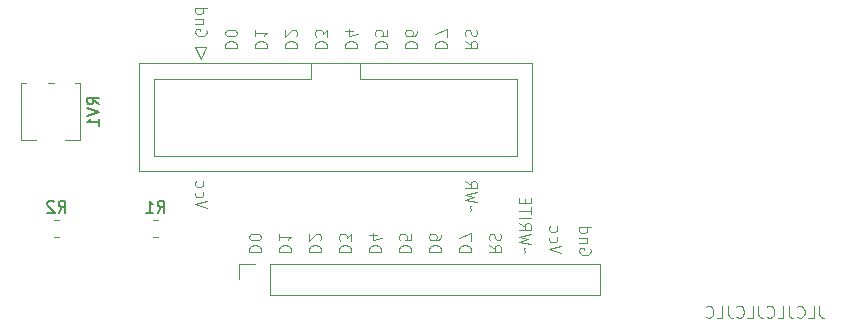
<source format=gbr>
%TF.GenerationSoftware,KiCad,Pcbnew,(6.0.0-0)*%
%TF.CreationDate,2022-01-07T22:13:42-05:00*%
%TF.ProjectId,LCD_Display,4c43445f-4469-4737-906c-61792e6b6963,rev?*%
%TF.SameCoordinates,Original*%
%TF.FileFunction,Legend,Bot*%
%TF.FilePolarity,Positive*%
%FSLAX46Y46*%
G04 Gerber Fmt 4.6, Leading zero omitted, Abs format (unit mm)*
G04 Created by KiCad (PCBNEW (6.0.0-0)) date 2022-01-07 22:13:42*
%MOMM*%
%LPD*%
G01*
G04 APERTURE LIST*
%ADD10C,0.100000*%
%ADD11C,0.150000*%
%ADD12C,0.120000*%
G04 APERTURE END LIST*
D10*
X119165619Y-104487761D02*
X118165619Y-104154428D01*
X119165619Y-103821095D01*
X118213238Y-103059190D02*
X118165619Y-103154428D01*
X118165619Y-103344904D01*
X118213238Y-103440142D01*
X118260857Y-103487761D01*
X118356095Y-103535380D01*
X118641809Y-103535380D01*
X118737047Y-103487761D01*
X118784666Y-103440142D01*
X118832285Y-103344904D01*
X118832285Y-103154428D01*
X118784666Y-103059190D01*
X118213238Y-102202047D02*
X118165619Y-102297285D01*
X118165619Y-102487761D01*
X118213238Y-102583000D01*
X118260857Y-102630619D01*
X118356095Y-102678238D01*
X118641809Y-102678238D01*
X118737047Y-102630619D01*
X118784666Y-102583000D01*
X118832285Y-102487761D01*
X118832285Y-102297285D01*
X118784666Y-102202047D01*
X128325619Y-90882904D02*
X129325619Y-90882904D01*
X129325619Y-90644809D01*
X129278000Y-90501952D01*
X129182761Y-90406714D01*
X129087523Y-90359095D01*
X128897047Y-90311476D01*
X128754190Y-90311476D01*
X128563714Y-90359095D01*
X128468476Y-90406714D01*
X128373238Y-90501952D01*
X128325619Y-90644809D01*
X128325619Y-90882904D01*
X129325619Y-89978142D02*
X129325619Y-89359095D01*
X128944666Y-89692428D01*
X128944666Y-89549571D01*
X128897047Y-89454333D01*
X128849428Y-89406714D01*
X128754190Y-89359095D01*
X128516095Y-89359095D01*
X128420857Y-89406714D01*
X128373238Y-89454333D01*
X128325619Y-89549571D01*
X128325619Y-89835285D01*
X128373238Y-89930523D01*
X128420857Y-89978142D01*
X123245619Y-90882904D02*
X124245619Y-90882904D01*
X124245619Y-90644809D01*
X124198000Y-90501952D01*
X124102761Y-90406714D01*
X124007523Y-90359095D01*
X123817047Y-90311476D01*
X123674190Y-90311476D01*
X123483714Y-90359095D01*
X123388476Y-90406714D01*
X123293238Y-90501952D01*
X123245619Y-90644809D01*
X123245619Y-90882904D01*
X123245619Y-89359095D02*
X123245619Y-89930523D01*
X123245619Y-89644809D02*
X124245619Y-89644809D01*
X124102761Y-89740047D01*
X124007523Y-89835285D01*
X123959904Y-89930523D01*
X130865619Y-90882904D02*
X131865619Y-90882904D01*
X131865619Y-90644809D01*
X131818000Y-90501952D01*
X131722761Y-90406714D01*
X131627523Y-90359095D01*
X131437047Y-90311476D01*
X131294190Y-90311476D01*
X131103714Y-90359095D01*
X131008476Y-90406714D01*
X130913238Y-90501952D01*
X130865619Y-90644809D01*
X130865619Y-90882904D01*
X131532285Y-89454333D02*
X130865619Y-89454333D01*
X131913238Y-89692428D02*
X131198952Y-89930523D01*
X131198952Y-89311476D01*
X125785619Y-90882904D02*
X126785619Y-90882904D01*
X126785619Y-90644809D01*
X126738000Y-90501952D01*
X126642761Y-90406714D01*
X126547523Y-90359095D01*
X126357047Y-90311476D01*
X126214190Y-90311476D01*
X126023714Y-90359095D01*
X125928476Y-90406714D01*
X125833238Y-90501952D01*
X125785619Y-90644809D01*
X125785619Y-90882904D01*
X126690380Y-89930523D02*
X126738000Y-89882904D01*
X126785619Y-89787666D01*
X126785619Y-89549571D01*
X126738000Y-89454333D01*
X126690380Y-89406714D01*
X126595142Y-89359095D01*
X126499904Y-89359095D01*
X126357047Y-89406714D01*
X125785619Y-89978142D01*
X125785619Y-89359095D01*
X141406571Y-104741761D02*
X141454190Y-104694142D01*
X141501809Y-104598904D01*
X141406571Y-104408428D01*
X141454190Y-104313190D01*
X141501809Y-104265571D01*
X142025619Y-103979857D02*
X141025619Y-103741761D01*
X141739904Y-103551285D01*
X141025619Y-103360809D01*
X142025619Y-103122714D01*
X141025619Y-102170333D02*
X141501809Y-102503666D01*
X141025619Y-102741761D02*
X142025619Y-102741761D01*
X142025619Y-102360809D01*
X141978000Y-102265571D01*
X141930380Y-102217952D01*
X141835142Y-102170333D01*
X141692285Y-102170333D01*
X141597047Y-102217952D01*
X141549428Y-102265571D01*
X141501809Y-102360809D01*
X141501809Y-102741761D01*
X133405619Y-90882904D02*
X134405619Y-90882904D01*
X134405619Y-90644809D01*
X134358000Y-90501952D01*
X134262761Y-90406714D01*
X134167523Y-90359095D01*
X133977047Y-90311476D01*
X133834190Y-90311476D01*
X133643714Y-90359095D01*
X133548476Y-90406714D01*
X133453238Y-90501952D01*
X133405619Y-90644809D01*
X133405619Y-90882904D01*
X134405619Y-89406714D02*
X134405619Y-89882904D01*
X133929428Y-89930523D01*
X133977047Y-89882904D01*
X134024666Y-89787666D01*
X134024666Y-89549571D01*
X133977047Y-89454333D01*
X133929428Y-89406714D01*
X133834190Y-89359095D01*
X133596095Y-89359095D01*
X133500857Y-89406714D01*
X133453238Y-89454333D01*
X133405619Y-89549571D01*
X133405619Y-89787666D01*
X133453238Y-89882904D01*
X133500857Y-89930523D01*
X141025619Y-90311476D02*
X141501809Y-90644809D01*
X141025619Y-90882904D02*
X142025619Y-90882904D01*
X142025619Y-90501952D01*
X141978000Y-90406714D01*
X141930380Y-90359095D01*
X141835142Y-90311476D01*
X141692285Y-90311476D01*
X141597047Y-90359095D01*
X141549428Y-90406714D01*
X141501809Y-90501952D01*
X141501809Y-90882904D01*
X141073238Y-89930523D02*
X141025619Y-89787666D01*
X141025619Y-89549571D01*
X141073238Y-89454333D01*
X141120857Y-89406714D01*
X141216095Y-89359095D01*
X141311333Y-89359095D01*
X141406571Y-89406714D01*
X141454190Y-89454333D01*
X141501809Y-89549571D01*
X141549428Y-89740047D01*
X141597047Y-89835285D01*
X141644666Y-89882904D01*
X141739904Y-89930523D01*
X141835142Y-89930523D01*
X141930380Y-89882904D01*
X141978000Y-89835285D01*
X142025619Y-89740047D01*
X142025619Y-89501952D01*
X141978000Y-89359095D01*
X138485619Y-90882904D02*
X139485619Y-90882904D01*
X139485619Y-90644809D01*
X139438000Y-90501952D01*
X139342761Y-90406714D01*
X139247523Y-90359095D01*
X139057047Y-90311476D01*
X138914190Y-90311476D01*
X138723714Y-90359095D01*
X138628476Y-90406714D01*
X138533238Y-90501952D01*
X138485619Y-90644809D01*
X138485619Y-90882904D01*
X139485619Y-89978142D02*
X139485619Y-89311476D01*
X138485619Y-89740047D01*
X119118000Y-89343095D02*
X119165619Y-89438333D01*
X119165619Y-89581190D01*
X119118000Y-89724047D01*
X119022761Y-89819285D01*
X118927523Y-89866904D01*
X118737047Y-89914523D01*
X118594190Y-89914523D01*
X118403714Y-89866904D01*
X118308476Y-89819285D01*
X118213238Y-89724047D01*
X118165619Y-89581190D01*
X118165619Y-89485952D01*
X118213238Y-89343095D01*
X118260857Y-89295476D01*
X118594190Y-89295476D01*
X118594190Y-89485952D01*
X118832285Y-88866904D02*
X118165619Y-88866904D01*
X118737047Y-88866904D02*
X118784666Y-88819285D01*
X118832285Y-88724047D01*
X118832285Y-88581190D01*
X118784666Y-88485952D01*
X118689428Y-88438333D01*
X118165619Y-88438333D01*
X118165619Y-87533571D02*
X119165619Y-87533571D01*
X118213238Y-87533571D02*
X118165619Y-87628809D01*
X118165619Y-87819285D01*
X118213238Y-87914523D01*
X118260857Y-87962142D01*
X118356095Y-88009761D01*
X118641809Y-88009761D01*
X118737047Y-87962142D01*
X118784666Y-87914523D01*
X118832285Y-87819285D01*
X118832285Y-87628809D01*
X118784666Y-87533571D01*
X135945619Y-90882904D02*
X136945619Y-90882904D01*
X136945619Y-90644809D01*
X136898000Y-90501952D01*
X136802761Y-90406714D01*
X136707523Y-90359095D01*
X136517047Y-90311476D01*
X136374190Y-90311476D01*
X136183714Y-90359095D01*
X136088476Y-90406714D01*
X135993238Y-90501952D01*
X135945619Y-90644809D01*
X135945619Y-90882904D01*
X136945619Y-89454333D02*
X136945619Y-89644809D01*
X136898000Y-89740047D01*
X136850380Y-89787666D01*
X136707523Y-89882904D01*
X136517047Y-89930523D01*
X136136095Y-89930523D01*
X136040857Y-89882904D01*
X135993238Y-89835285D01*
X135945619Y-89740047D01*
X135945619Y-89549571D01*
X135993238Y-89454333D01*
X136040857Y-89406714D01*
X136136095Y-89359095D01*
X136374190Y-89359095D01*
X136469428Y-89406714D01*
X136517047Y-89454333D01*
X136564666Y-89549571D01*
X136564666Y-89740047D01*
X136517047Y-89835285D01*
X136469428Y-89882904D01*
X136374190Y-89930523D01*
X120705619Y-90882904D02*
X121705619Y-90882904D01*
X121705619Y-90644809D01*
X121658000Y-90501952D01*
X121562761Y-90406714D01*
X121467523Y-90359095D01*
X121277047Y-90311476D01*
X121134190Y-90311476D01*
X120943714Y-90359095D01*
X120848476Y-90406714D01*
X120753238Y-90501952D01*
X120705619Y-90644809D01*
X120705619Y-90882904D01*
X121705619Y-89692428D02*
X121705619Y-89597190D01*
X121658000Y-89501952D01*
X121610380Y-89454333D01*
X121515142Y-89406714D01*
X121324666Y-89359095D01*
X121086571Y-89359095D01*
X120896095Y-89406714D01*
X120800857Y-89454333D01*
X120753238Y-89501952D01*
X120705619Y-89597190D01*
X120705619Y-89692428D01*
X120753238Y-89787666D01*
X120800857Y-89835285D01*
X120896095Y-89882904D01*
X121086571Y-89930523D01*
X121324666Y-89930523D01*
X121515142Y-89882904D01*
X121610380Y-89835285D01*
X121658000Y-89787666D01*
X121705619Y-89692428D01*
X170989047Y-112736380D02*
X170989047Y-113450666D01*
X171036666Y-113593523D01*
X171131904Y-113688761D01*
X171274761Y-113736380D01*
X171370000Y-113736380D01*
X170036666Y-113736380D02*
X170512857Y-113736380D01*
X170512857Y-112736380D01*
X169131904Y-113641142D02*
X169179523Y-113688761D01*
X169322380Y-113736380D01*
X169417619Y-113736380D01*
X169560476Y-113688761D01*
X169655714Y-113593523D01*
X169703333Y-113498285D01*
X169750952Y-113307809D01*
X169750952Y-113164952D01*
X169703333Y-112974476D01*
X169655714Y-112879238D01*
X169560476Y-112784000D01*
X169417619Y-112736380D01*
X169322380Y-112736380D01*
X169179523Y-112784000D01*
X169131904Y-112831619D01*
X168417619Y-112736380D02*
X168417619Y-113450666D01*
X168465238Y-113593523D01*
X168560476Y-113688761D01*
X168703333Y-113736380D01*
X168798571Y-113736380D01*
X167465238Y-113736380D02*
X167941428Y-113736380D01*
X167941428Y-112736380D01*
X166560476Y-113641142D02*
X166608095Y-113688761D01*
X166750952Y-113736380D01*
X166846190Y-113736380D01*
X166989047Y-113688761D01*
X167084285Y-113593523D01*
X167131904Y-113498285D01*
X167179523Y-113307809D01*
X167179523Y-113164952D01*
X167131904Y-112974476D01*
X167084285Y-112879238D01*
X166989047Y-112784000D01*
X166846190Y-112736380D01*
X166750952Y-112736380D01*
X166608095Y-112784000D01*
X166560476Y-112831619D01*
X165846190Y-112736380D02*
X165846190Y-113450666D01*
X165893809Y-113593523D01*
X165989047Y-113688761D01*
X166131904Y-113736380D01*
X166227142Y-113736380D01*
X164893809Y-113736380D02*
X165370000Y-113736380D01*
X165370000Y-112736380D01*
X163989047Y-113641142D02*
X164036666Y-113688761D01*
X164179523Y-113736380D01*
X164274761Y-113736380D01*
X164417619Y-113688761D01*
X164512857Y-113593523D01*
X164560476Y-113498285D01*
X164608095Y-113307809D01*
X164608095Y-113164952D01*
X164560476Y-112974476D01*
X164512857Y-112879238D01*
X164417619Y-112784000D01*
X164274761Y-112736380D01*
X164179523Y-112736380D01*
X164036666Y-112784000D01*
X163989047Y-112831619D01*
X163274761Y-112736380D02*
X163274761Y-113450666D01*
X163322380Y-113593523D01*
X163417619Y-113688761D01*
X163560476Y-113736380D01*
X163655714Y-113736380D01*
X162322380Y-113736380D02*
X162798571Y-113736380D01*
X162798571Y-112736380D01*
X161417619Y-113641142D02*
X161465238Y-113688761D01*
X161608095Y-113736380D01*
X161703333Y-113736380D01*
X161846190Y-113688761D01*
X161941428Y-113593523D01*
X161989047Y-113498285D01*
X162036666Y-113307809D01*
X162036666Y-113164952D01*
X161989047Y-112974476D01*
X161941428Y-112879238D01*
X161846190Y-112784000D01*
X161703333Y-112736380D01*
X161608095Y-112736380D01*
X161465238Y-112784000D01*
X161417619Y-112831619D01*
X122737619Y-108154904D02*
X123737619Y-108154904D01*
X123737619Y-107916809D01*
X123690000Y-107773952D01*
X123594761Y-107678714D01*
X123499523Y-107631095D01*
X123309047Y-107583476D01*
X123166190Y-107583476D01*
X122975714Y-107631095D01*
X122880476Y-107678714D01*
X122785238Y-107773952D01*
X122737619Y-107916809D01*
X122737619Y-108154904D01*
X123737619Y-106964428D02*
X123737619Y-106869190D01*
X123690000Y-106773952D01*
X123642380Y-106726333D01*
X123547142Y-106678714D01*
X123356666Y-106631095D01*
X123118571Y-106631095D01*
X122928095Y-106678714D01*
X122832857Y-106726333D01*
X122785238Y-106773952D01*
X122737619Y-106869190D01*
X122737619Y-106964428D01*
X122785238Y-107059666D01*
X122832857Y-107107285D01*
X122928095Y-107154904D01*
X123118571Y-107202523D01*
X123356666Y-107202523D01*
X123547142Y-107154904D01*
X123642380Y-107107285D01*
X123690000Y-107059666D01*
X123737619Y-106964428D01*
X125277619Y-108154904D02*
X126277619Y-108154904D01*
X126277619Y-107916809D01*
X126230000Y-107773952D01*
X126134761Y-107678714D01*
X126039523Y-107631095D01*
X125849047Y-107583476D01*
X125706190Y-107583476D01*
X125515714Y-107631095D01*
X125420476Y-107678714D01*
X125325238Y-107773952D01*
X125277619Y-107916809D01*
X125277619Y-108154904D01*
X125277619Y-106631095D02*
X125277619Y-107202523D01*
X125277619Y-106916809D02*
X126277619Y-106916809D01*
X126134761Y-107012047D01*
X126039523Y-107107285D01*
X125991904Y-107202523D01*
X127817619Y-108154904D02*
X128817619Y-108154904D01*
X128817619Y-107916809D01*
X128770000Y-107773952D01*
X128674761Y-107678714D01*
X128579523Y-107631095D01*
X128389047Y-107583476D01*
X128246190Y-107583476D01*
X128055714Y-107631095D01*
X127960476Y-107678714D01*
X127865238Y-107773952D01*
X127817619Y-107916809D01*
X127817619Y-108154904D01*
X128722380Y-107202523D02*
X128770000Y-107154904D01*
X128817619Y-107059666D01*
X128817619Y-106821571D01*
X128770000Y-106726333D01*
X128722380Y-106678714D01*
X128627142Y-106631095D01*
X128531904Y-106631095D01*
X128389047Y-106678714D01*
X127817619Y-107250142D01*
X127817619Y-106631095D01*
X130357619Y-108154904D02*
X131357619Y-108154904D01*
X131357619Y-107916809D01*
X131310000Y-107773952D01*
X131214761Y-107678714D01*
X131119523Y-107631095D01*
X130929047Y-107583476D01*
X130786190Y-107583476D01*
X130595714Y-107631095D01*
X130500476Y-107678714D01*
X130405238Y-107773952D01*
X130357619Y-107916809D01*
X130357619Y-108154904D01*
X131357619Y-107250142D02*
X131357619Y-106631095D01*
X130976666Y-106964428D01*
X130976666Y-106821571D01*
X130929047Y-106726333D01*
X130881428Y-106678714D01*
X130786190Y-106631095D01*
X130548095Y-106631095D01*
X130452857Y-106678714D01*
X130405238Y-106726333D01*
X130357619Y-106821571D01*
X130357619Y-107107285D01*
X130405238Y-107202523D01*
X130452857Y-107250142D01*
X132897619Y-108154904D02*
X133897619Y-108154904D01*
X133897619Y-107916809D01*
X133850000Y-107773952D01*
X133754761Y-107678714D01*
X133659523Y-107631095D01*
X133469047Y-107583476D01*
X133326190Y-107583476D01*
X133135714Y-107631095D01*
X133040476Y-107678714D01*
X132945238Y-107773952D01*
X132897619Y-107916809D01*
X132897619Y-108154904D01*
X133564285Y-106726333D02*
X132897619Y-106726333D01*
X133945238Y-106964428D02*
X133230952Y-107202523D01*
X133230952Y-106583476D01*
X135437619Y-108154904D02*
X136437619Y-108154904D01*
X136437619Y-107916809D01*
X136390000Y-107773952D01*
X136294761Y-107678714D01*
X136199523Y-107631095D01*
X136009047Y-107583476D01*
X135866190Y-107583476D01*
X135675714Y-107631095D01*
X135580476Y-107678714D01*
X135485238Y-107773952D01*
X135437619Y-107916809D01*
X135437619Y-108154904D01*
X136437619Y-106678714D02*
X136437619Y-107154904D01*
X135961428Y-107202523D01*
X136009047Y-107154904D01*
X136056666Y-107059666D01*
X136056666Y-106821571D01*
X136009047Y-106726333D01*
X135961428Y-106678714D01*
X135866190Y-106631095D01*
X135628095Y-106631095D01*
X135532857Y-106678714D01*
X135485238Y-106726333D01*
X135437619Y-106821571D01*
X135437619Y-107059666D01*
X135485238Y-107154904D01*
X135532857Y-107202523D01*
X137977619Y-108154904D02*
X138977619Y-108154904D01*
X138977619Y-107916809D01*
X138930000Y-107773952D01*
X138834761Y-107678714D01*
X138739523Y-107631095D01*
X138549047Y-107583476D01*
X138406190Y-107583476D01*
X138215714Y-107631095D01*
X138120476Y-107678714D01*
X138025238Y-107773952D01*
X137977619Y-107916809D01*
X137977619Y-108154904D01*
X138977619Y-106726333D02*
X138977619Y-106916809D01*
X138930000Y-107012047D01*
X138882380Y-107059666D01*
X138739523Y-107154904D01*
X138549047Y-107202523D01*
X138168095Y-107202523D01*
X138072857Y-107154904D01*
X138025238Y-107107285D01*
X137977619Y-107012047D01*
X137977619Y-106821571D01*
X138025238Y-106726333D01*
X138072857Y-106678714D01*
X138168095Y-106631095D01*
X138406190Y-106631095D01*
X138501428Y-106678714D01*
X138549047Y-106726333D01*
X138596666Y-106821571D01*
X138596666Y-107012047D01*
X138549047Y-107107285D01*
X138501428Y-107154904D01*
X138406190Y-107202523D01*
X140517619Y-108154904D02*
X141517619Y-108154904D01*
X141517619Y-107916809D01*
X141470000Y-107773952D01*
X141374761Y-107678714D01*
X141279523Y-107631095D01*
X141089047Y-107583476D01*
X140946190Y-107583476D01*
X140755714Y-107631095D01*
X140660476Y-107678714D01*
X140565238Y-107773952D01*
X140517619Y-107916809D01*
X140517619Y-108154904D01*
X141517619Y-107250142D02*
X141517619Y-106583476D01*
X140517619Y-107012047D01*
X143057619Y-107583476D02*
X143533809Y-107916809D01*
X143057619Y-108154904D02*
X144057619Y-108154904D01*
X144057619Y-107773952D01*
X144010000Y-107678714D01*
X143962380Y-107631095D01*
X143867142Y-107583476D01*
X143724285Y-107583476D01*
X143629047Y-107631095D01*
X143581428Y-107678714D01*
X143533809Y-107773952D01*
X143533809Y-108154904D01*
X143105238Y-107202523D02*
X143057619Y-107059666D01*
X143057619Y-106821571D01*
X143105238Y-106726333D01*
X143152857Y-106678714D01*
X143248095Y-106631095D01*
X143343333Y-106631095D01*
X143438571Y-106678714D01*
X143486190Y-106726333D01*
X143533809Y-106821571D01*
X143581428Y-107012047D01*
X143629047Y-107107285D01*
X143676666Y-107154904D01*
X143771904Y-107202523D01*
X143867142Y-107202523D01*
X143962380Y-107154904D01*
X144010000Y-107107285D01*
X144057619Y-107012047D01*
X144057619Y-106773952D01*
X144010000Y-106631095D01*
X145978571Y-108297761D02*
X146026190Y-108250142D01*
X146073809Y-108154904D01*
X145978571Y-107964428D01*
X146026190Y-107869190D01*
X146073809Y-107821571D01*
X146597619Y-107535857D02*
X145597619Y-107297761D01*
X146311904Y-107107285D01*
X145597619Y-106916809D01*
X146597619Y-106678714D01*
X145597619Y-105726333D02*
X146073809Y-106059666D01*
X145597619Y-106297761D02*
X146597619Y-106297761D01*
X146597619Y-105916809D01*
X146550000Y-105821571D01*
X146502380Y-105773952D01*
X146407142Y-105726333D01*
X146264285Y-105726333D01*
X146169047Y-105773952D01*
X146121428Y-105821571D01*
X146073809Y-105916809D01*
X146073809Y-106297761D01*
X145597619Y-105297761D02*
X146597619Y-105297761D01*
X146597619Y-104964428D02*
X146597619Y-104393000D01*
X145597619Y-104678714D02*
X146597619Y-104678714D01*
X146121428Y-104059666D02*
X146121428Y-103726333D01*
X145597619Y-103583476D02*
X145597619Y-104059666D01*
X146597619Y-104059666D01*
X146597619Y-103583476D01*
X149137619Y-108297761D02*
X148137619Y-107964428D01*
X149137619Y-107631095D01*
X148185238Y-106869190D02*
X148137619Y-106964428D01*
X148137619Y-107154904D01*
X148185238Y-107250142D01*
X148232857Y-107297761D01*
X148328095Y-107345380D01*
X148613809Y-107345380D01*
X148709047Y-107297761D01*
X148756666Y-107250142D01*
X148804285Y-107154904D01*
X148804285Y-106964428D01*
X148756666Y-106869190D01*
X148185238Y-106012047D02*
X148137619Y-106107285D01*
X148137619Y-106297761D01*
X148185238Y-106393000D01*
X148232857Y-106440619D01*
X148328095Y-106488238D01*
X148613809Y-106488238D01*
X148709047Y-106440619D01*
X148756666Y-106393000D01*
X148804285Y-106297761D01*
X148804285Y-106107285D01*
X148756666Y-106012047D01*
X151630000Y-107885095D02*
X151677619Y-107980333D01*
X151677619Y-108123190D01*
X151630000Y-108266047D01*
X151534761Y-108361285D01*
X151439523Y-108408904D01*
X151249047Y-108456523D01*
X151106190Y-108456523D01*
X150915714Y-108408904D01*
X150820476Y-108361285D01*
X150725238Y-108266047D01*
X150677619Y-108123190D01*
X150677619Y-108027952D01*
X150725238Y-107885095D01*
X150772857Y-107837476D01*
X151106190Y-107837476D01*
X151106190Y-108027952D01*
X151344285Y-107408904D02*
X150677619Y-107408904D01*
X151249047Y-107408904D02*
X151296666Y-107361285D01*
X151344285Y-107266047D01*
X151344285Y-107123190D01*
X151296666Y-107027952D01*
X151201428Y-106980333D01*
X150677619Y-106980333D01*
X150677619Y-106075571D02*
X151677619Y-106075571D01*
X150725238Y-106075571D02*
X150677619Y-106170809D01*
X150677619Y-106361285D01*
X150725238Y-106456523D01*
X150772857Y-106504142D01*
X150868095Y-106551761D01*
X151153809Y-106551761D01*
X151249047Y-106504142D01*
X151296666Y-106456523D01*
X151344285Y-106361285D01*
X151344285Y-106170809D01*
X151296666Y-106075571D01*
D11*
%TO.C,RV1*%
X110020380Y-95670761D02*
X109544190Y-95337428D01*
X110020380Y-95099333D02*
X109020380Y-95099333D01*
X109020380Y-95480285D01*
X109068000Y-95575523D01*
X109115619Y-95623142D01*
X109210857Y-95670761D01*
X109353714Y-95670761D01*
X109448952Y-95623142D01*
X109496571Y-95575523D01*
X109544190Y-95480285D01*
X109544190Y-95099333D01*
X109020380Y-95956476D02*
X110020380Y-96289809D01*
X109020380Y-96623142D01*
X110020380Y-97480285D02*
X110020380Y-96908857D01*
X110020380Y-97194571D02*
X109020380Y-97194571D01*
X109163238Y-97099333D01*
X109258476Y-97004095D01*
X109306095Y-96908857D01*
%TO.C,R1*%
X114974666Y-104846380D02*
X115308000Y-104370190D01*
X115546095Y-104846380D02*
X115546095Y-103846380D01*
X115165142Y-103846380D01*
X115069904Y-103894000D01*
X115022285Y-103941619D01*
X114974666Y-104036857D01*
X114974666Y-104179714D01*
X115022285Y-104274952D01*
X115069904Y-104322571D01*
X115165142Y-104370190D01*
X115546095Y-104370190D01*
X114022285Y-104846380D02*
X114593714Y-104846380D01*
X114308000Y-104846380D02*
X114308000Y-103846380D01*
X114403238Y-103989238D01*
X114498476Y-104084476D01*
X114593714Y-104132095D01*
%TO.C,R2*%
X106592666Y-104846380D02*
X106926000Y-104370190D01*
X107164095Y-104846380D02*
X107164095Y-103846380D01*
X106783142Y-103846380D01*
X106687904Y-103894000D01*
X106640285Y-103941619D01*
X106592666Y-104036857D01*
X106592666Y-104179714D01*
X106640285Y-104274952D01*
X106687904Y-104322571D01*
X106783142Y-104370190D01*
X107164095Y-104370190D01*
X106211714Y-103941619D02*
X106164095Y-103894000D01*
X106068857Y-103846380D01*
X105830761Y-103846380D01*
X105735523Y-103894000D01*
X105687904Y-103941619D01*
X105640285Y-104036857D01*
X105640285Y-104132095D01*
X105687904Y-104274952D01*
X106259333Y-104846380D01*
X105640285Y-104846380D01*
D12*
%TO.C,J21*%
X119118000Y-90824000D02*
X118618000Y-91824000D01*
X118118000Y-90824000D02*
X119118000Y-90824000D01*
X118618000Y-91824000D02*
X118118000Y-90824000D01*
X132098000Y-93524000D02*
X132098000Y-92214000D01*
X132098000Y-93524000D02*
X132098000Y-93524000D01*
X145388000Y-93524000D02*
X132098000Y-93524000D01*
X145388000Y-100024000D02*
X145388000Y-93524000D01*
X114708000Y-100024000D02*
X145388000Y-100024000D01*
X114708000Y-93524000D02*
X114708000Y-100024000D01*
X127998000Y-93524000D02*
X114708000Y-93524000D01*
X127998000Y-92214000D02*
X127998000Y-93524000D01*
X146688000Y-92214000D02*
X113408000Y-92214000D01*
X146688000Y-101334000D02*
X146688000Y-92214000D01*
X113408000Y-101334000D02*
X146688000Y-101334000D01*
X113408000Y-92214000D02*
X113408000Y-101334000D01*
%TO.C,RV1*%
X104678000Y-98686000D02*
X103398000Y-98686000D01*
X103398000Y-98686000D02*
X103398000Y-93846000D01*
X108438000Y-93846000D02*
X107958000Y-93846000D01*
X108058000Y-98686000D02*
X108058000Y-98686000D01*
X103878000Y-93846000D02*
X103398000Y-93846000D01*
X108438000Y-98686000D02*
X107158000Y-98686000D01*
X106178000Y-93846000D02*
X105658000Y-93846000D01*
X108438000Y-98686000D02*
X108438000Y-93846000D01*
X108058000Y-98686000D02*
X107158000Y-98686000D01*
X108058000Y-98686000D02*
X107158000Y-98686000D01*
%TO.C,J1*%
X124460000Y-109160000D02*
X152460000Y-109160000D01*
X152460000Y-109160000D02*
X152460000Y-111820000D01*
X124460000Y-109160000D02*
X124460000Y-111820000D01*
X121860000Y-109160000D02*
X121860000Y-110490000D01*
X123190000Y-109160000D02*
X121860000Y-109160000D01*
X124460000Y-111820000D02*
X152460000Y-111820000D01*
%TO.C,R1*%
X115035064Y-106907000D02*
X114580936Y-106907000D01*
X115035064Y-105437000D02*
X114580936Y-105437000D01*
%TO.C,R2*%
X106198936Y-105437000D02*
X106653064Y-105437000D01*
X106198936Y-106907000D02*
X106653064Y-106907000D01*
%TD*%
M02*

</source>
